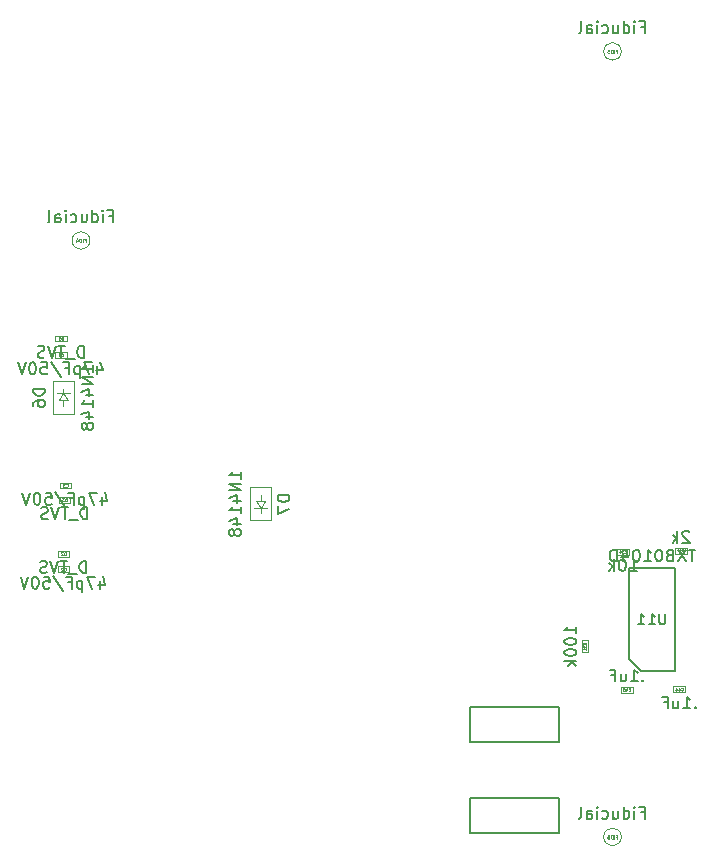
<source format=gbr>
G04 #@! TF.GenerationSoftware,KiCad,Pcbnew,5.1.6+dfsg1-1~bpo10+1*
G04 #@! TF.CreationDate,2021-06-19T16:41:49-04:00*
G04 #@! TF.ProjectId,RUSP_Daughterboard,52555350-5f44-4617-9567-68746572626f,rev?*
G04 #@! TF.SameCoordinates,Original*
G04 #@! TF.FileFunction,Other,Fab,Bot*
%FSLAX46Y46*%
G04 Gerber Fmt 4.6, Leading zero omitted, Abs format (unit mm)*
G04 Created by KiCad (PCBNEW 5.1.6+dfsg1-1~bpo10+1) date 2021-06-19 16:41:49*
%MOMM*%
%LPD*%
G01*
G04 APERTURE LIST*
%ADD10C,0.100000*%
%ADD11C,0.150000*%
%ADD12C,0.040000*%
%ADD13C,0.050000*%
%ADD14C,0.135000*%
G04 APERTURE END LIST*
D10*
X172900000Y-113100000D02*
X172900000Y-112600000D01*
X172900000Y-112600000D02*
X171900000Y-112600000D01*
X171900000Y-112600000D02*
X171900000Y-113100000D01*
X171900000Y-113100000D02*
X172900000Y-113100000D01*
X176800000Y-112550000D02*
X176800000Y-113050000D01*
X176800000Y-113050000D02*
X177800000Y-113050000D01*
X177800000Y-113050000D02*
X177800000Y-112550000D01*
X177800000Y-112550000D02*
X176800000Y-112550000D01*
X124300000Y-96450000D02*
X125300000Y-96450000D01*
X124300000Y-95950000D02*
X124300000Y-96450000D01*
X125300000Y-95950000D02*
X124300000Y-95950000D01*
X125300000Y-96450000D02*
X125300000Y-95950000D01*
X124525000Y-114600000D02*
X125525000Y-114600000D01*
X124525000Y-114100000D02*
X124525000Y-114600000D01*
X125525000Y-114100000D02*
X124525000Y-114100000D01*
X125525000Y-114600000D02*
X125525000Y-114100000D01*
X125690000Y-107500000D02*
X125690000Y-107000000D01*
X125690000Y-107000000D02*
X124690000Y-107000000D01*
X124690000Y-107000000D02*
X124690000Y-107500000D01*
X124690000Y-107500000D02*
X125690000Y-107500000D01*
X176650000Y-124750000D02*
X177650000Y-124750000D01*
X176650000Y-124250000D02*
X176650000Y-124750000D01*
X177650000Y-124250000D02*
X176650000Y-124250000D01*
X177650000Y-124750000D02*
X177650000Y-124250000D01*
X172200000Y-124300000D02*
X172200000Y-124800000D01*
X172200000Y-124800000D02*
X173200000Y-124800000D01*
X173200000Y-124800000D02*
X173200000Y-124300000D01*
X173200000Y-124300000D02*
X172200000Y-124300000D01*
X124300000Y-95050000D02*
X125300000Y-95050000D01*
X124300000Y-94550000D02*
X124300000Y-95050000D01*
X125300000Y-94550000D02*
X124300000Y-94550000D01*
X125300000Y-95050000D02*
X125300000Y-94550000D01*
X125515000Y-113275000D02*
X125515000Y-112775000D01*
X125515000Y-112775000D02*
X124515000Y-112775000D01*
X124515000Y-112775000D02*
X124515000Y-113275000D01*
X124515000Y-113275000D02*
X125515000Y-113275000D01*
X124600000Y-108725000D02*
X125600000Y-108725000D01*
X124600000Y-108225000D02*
X124600000Y-108725000D01*
X125600000Y-108225000D02*
X124600000Y-108225000D01*
X125600000Y-108725000D02*
X125600000Y-108225000D01*
X127250000Y-86500000D02*
G75*
G03*
X127250000Y-86500000I-750000J0D01*
G01*
X172250000Y-70500000D02*
G75*
G03*
X172250000Y-70500000I-750000J0D01*
G01*
X172250000Y-137000000D02*
G75*
G03*
X172250000Y-137000000I-750000J0D01*
G01*
D11*
X159450000Y-126000000D02*
X159450000Y-129000000D01*
X166950000Y-126000000D02*
X159450000Y-126000000D01*
X166950000Y-129000000D02*
X166950000Y-126000000D01*
X159450000Y-129000000D02*
X166950000Y-129000000D01*
X159450000Y-136700000D02*
X166950000Y-136700000D01*
X166950000Y-136700000D02*
X166950000Y-133700000D01*
X166950000Y-133700000D02*
X159450000Y-133700000D01*
X159450000Y-133700000D02*
X159450000Y-136700000D01*
D10*
X168900000Y-121350000D02*
X169400000Y-121350000D01*
X169400000Y-121350000D02*
X169400000Y-120350000D01*
X169400000Y-120350000D02*
X168900000Y-120350000D01*
X168900000Y-120350000D02*
X168900000Y-121350000D01*
D11*
X173900000Y-122950000D02*
X176800000Y-122950000D01*
X176800000Y-122950000D02*
X176800000Y-114250000D01*
X176800000Y-114250000D02*
X172900000Y-114250000D01*
X172900000Y-114250000D02*
X172900000Y-121950000D01*
X172900000Y-121950000D02*
X173900000Y-122950000D01*
D10*
X124100000Y-98400000D02*
X124100000Y-101200000D01*
X124100000Y-101200000D02*
X125900000Y-101200000D01*
X125900000Y-101200000D02*
X125900000Y-98400000D01*
X125900000Y-98400000D02*
X124100000Y-98400000D01*
X125000000Y-99050000D02*
X125000000Y-99450000D01*
X125000000Y-99450000D02*
X124450000Y-99450000D01*
X125000000Y-99450000D02*
X125550000Y-99450000D01*
X125000000Y-99450000D02*
X124600000Y-100050000D01*
X124600000Y-100050000D02*
X125400000Y-100050000D01*
X125400000Y-100050000D02*
X125000000Y-99450000D01*
X125000000Y-100050000D02*
X125000000Y-100550000D01*
X141700000Y-108550000D02*
X141700000Y-108050000D01*
X141300000Y-108550000D02*
X141700000Y-109150000D01*
X142100000Y-108550000D02*
X141300000Y-108550000D01*
X141700000Y-109150000D02*
X142100000Y-108550000D01*
X141700000Y-109150000D02*
X141150000Y-109150000D01*
X141700000Y-109150000D02*
X142250000Y-109150000D01*
X141700000Y-109550000D02*
X141700000Y-109150000D01*
X140800000Y-110200000D02*
X142600000Y-110200000D01*
X140800000Y-107400000D02*
X140800000Y-110200000D01*
X142600000Y-107400000D02*
X140800000Y-107400000D01*
X142600000Y-110200000D02*
X142600000Y-107400000D01*
D11*
X172995238Y-114472380D02*
X173566666Y-114472380D01*
X173280952Y-114472380D02*
X173280952Y-113472380D01*
X173376190Y-113615238D01*
X173471428Y-113710476D01*
X173566666Y-113758095D01*
X172376190Y-113472380D02*
X172280952Y-113472380D01*
X172185714Y-113520000D01*
X172138095Y-113567619D01*
X172090476Y-113662857D01*
X172042857Y-113853333D01*
X172042857Y-114091428D01*
X172090476Y-114281904D01*
X172138095Y-114377142D01*
X172185714Y-114424761D01*
X172280952Y-114472380D01*
X172376190Y-114472380D01*
X172471428Y-114424761D01*
X172519047Y-114377142D01*
X172566666Y-114281904D01*
X172614285Y-114091428D01*
X172614285Y-113853333D01*
X172566666Y-113662857D01*
X172519047Y-113567619D01*
X172471428Y-113520000D01*
X172376190Y-113472380D01*
X171614285Y-114472380D02*
X171614285Y-113472380D01*
X171519047Y-114091428D02*
X171233333Y-114472380D01*
X171233333Y-113805714D02*
X171614285Y-114186666D01*
D12*
X172560714Y-112963095D02*
X172644047Y-112844047D01*
X172703571Y-112963095D02*
X172703571Y-112713095D01*
X172608333Y-112713095D01*
X172584523Y-112725000D01*
X172572619Y-112736904D01*
X172560714Y-112760714D01*
X172560714Y-112796428D01*
X172572619Y-112820238D01*
X172584523Y-112832142D01*
X172608333Y-112844047D01*
X172703571Y-112844047D01*
X172477380Y-112713095D02*
X172322619Y-112713095D01*
X172405952Y-112808333D01*
X172370238Y-112808333D01*
X172346428Y-112820238D01*
X172334523Y-112832142D01*
X172322619Y-112855952D01*
X172322619Y-112915476D01*
X172334523Y-112939285D01*
X172346428Y-112951190D01*
X172370238Y-112963095D01*
X172441666Y-112963095D01*
X172465476Y-112951190D01*
X172477380Y-112939285D01*
X172108333Y-112796428D02*
X172108333Y-112963095D01*
X172167857Y-112701190D02*
X172227380Y-112879761D01*
X172072619Y-112879761D01*
D11*
X177990476Y-111177619D02*
X177942857Y-111130000D01*
X177847619Y-111082380D01*
X177609523Y-111082380D01*
X177514285Y-111130000D01*
X177466666Y-111177619D01*
X177419047Y-111272857D01*
X177419047Y-111368095D01*
X177466666Y-111510952D01*
X178038095Y-112082380D01*
X177419047Y-112082380D01*
X176990476Y-112082380D02*
X176990476Y-111082380D01*
X176895238Y-111701428D02*
X176609523Y-112082380D01*
X176609523Y-111415714D02*
X176990476Y-111796666D01*
D12*
X177341666Y-112913095D02*
X177425000Y-112794047D01*
X177484523Y-112913095D02*
X177484523Y-112663095D01*
X177389285Y-112663095D01*
X177365476Y-112675000D01*
X177353571Y-112686904D01*
X177341666Y-112710714D01*
X177341666Y-112746428D01*
X177353571Y-112770238D01*
X177365476Y-112782142D01*
X177389285Y-112794047D01*
X177484523Y-112794047D01*
X177103571Y-112913095D02*
X177246428Y-112913095D01*
X177175000Y-112913095D02*
X177175000Y-112663095D01*
X177198809Y-112698809D01*
X177222619Y-112722619D01*
X177246428Y-112734523D01*
D11*
X127871428Y-97155714D02*
X127871428Y-97822380D01*
X128109523Y-96774761D02*
X128347619Y-97489047D01*
X127728571Y-97489047D01*
X127442857Y-96822380D02*
X126776190Y-96822380D01*
X127204761Y-97822380D01*
X126395238Y-97155714D02*
X126395238Y-98155714D01*
X126395238Y-97203333D02*
X126300000Y-97155714D01*
X126109523Y-97155714D01*
X126014285Y-97203333D01*
X125966666Y-97250952D01*
X125919047Y-97346190D01*
X125919047Y-97631904D01*
X125966666Y-97727142D01*
X126014285Y-97774761D01*
X126109523Y-97822380D01*
X126300000Y-97822380D01*
X126395238Y-97774761D01*
X125157142Y-97298571D02*
X125490476Y-97298571D01*
X125490476Y-97822380D02*
X125490476Y-96822380D01*
X125014285Y-96822380D01*
X123919047Y-96774761D02*
X124776190Y-98060476D01*
X123109523Y-96822380D02*
X123585714Y-96822380D01*
X123633333Y-97298571D01*
X123585714Y-97250952D01*
X123490476Y-97203333D01*
X123252380Y-97203333D01*
X123157142Y-97250952D01*
X123109523Y-97298571D01*
X123061904Y-97393809D01*
X123061904Y-97631904D01*
X123109523Y-97727142D01*
X123157142Y-97774761D01*
X123252380Y-97822380D01*
X123490476Y-97822380D01*
X123585714Y-97774761D01*
X123633333Y-97727142D01*
X122442857Y-96822380D02*
X122347619Y-96822380D01*
X122252380Y-96870000D01*
X122204761Y-96917619D01*
X122157142Y-97012857D01*
X122109523Y-97203333D01*
X122109523Y-97441428D01*
X122157142Y-97631904D01*
X122204761Y-97727142D01*
X122252380Y-97774761D01*
X122347619Y-97822380D01*
X122442857Y-97822380D01*
X122538095Y-97774761D01*
X122585714Y-97727142D01*
X122633333Y-97631904D01*
X122680952Y-97441428D01*
X122680952Y-97203333D01*
X122633333Y-97012857D01*
X122585714Y-96917619D01*
X122538095Y-96870000D01*
X122442857Y-96822380D01*
X121823809Y-96822380D02*
X121490476Y-97822380D01*
X121157142Y-96822380D01*
D12*
X124841666Y-96289285D02*
X124853571Y-96301190D01*
X124889285Y-96313095D01*
X124913095Y-96313095D01*
X124948809Y-96301190D01*
X124972619Y-96277380D01*
X124984523Y-96253571D01*
X124996428Y-96205952D01*
X124996428Y-96170238D01*
X124984523Y-96122619D01*
X124972619Y-96098809D01*
X124948809Y-96075000D01*
X124913095Y-96063095D01*
X124889285Y-96063095D01*
X124853571Y-96075000D01*
X124841666Y-96086904D01*
X124603571Y-96313095D02*
X124746428Y-96313095D01*
X124675000Y-96313095D02*
X124675000Y-96063095D01*
X124698809Y-96098809D01*
X124722619Y-96122619D01*
X124746428Y-96134523D01*
D11*
X128096428Y-115305714D02*
X128096428Y-115972380D01*
X128334523Y-114924761D02*
X128572619Y-115639047D01*
X127953571Y-115639047D01*
X127667857Y-114972380D02*
X127001190Y-114972380D01*
X127429761Y-115972380D01*
X126620238Y-115305714D02*
X126620238Y-116305714D01*
X126620238Y-115353333D02*
X126525000Y-115305714D01*
X126334523Y-115305714D01*
X126239285Y-115353333D01*
X126191666Y-115400952D01*
X126144047Y-115496190D01*
X126144047Y-115781904D01*
X126191666Y-115877142D01*
X126239285Y-115924761D01*
X126334523Y-115972380D01*
X126525000Y-115972380D01*
X126620238Y-115924761D01*
X125382142Y-115448571D02*
X125715476Y-115448571D01*
X125715476Y-115972380D02*
X125715476Y-114972380D01*
X125239285Y-114972380D01*
X124144047Y-114924761D02*
X125001190Y-116210476D01*
X123334523Y-114972380D02*
X123810714Y-114972380D01*
X123858333Y-115448571D01*
X123810714Y-115400952D01*
X123715476Y-115353333D01*
X123477380Y-115353333D01*
X123382142Y-115400952D01*
X123334523Y-115448571D01*
X123286904Y-115543809D01*
X123286904Y-115781904D01*
X123334523Y-115877142D01*
X123382142Y-115924761D01*
X123477380Y-115972380D01*
X123715476Y-115972380D01*
X123810714Y-115924761D01*
X123858333Y-115877142D01*
X122667857Y-114972380D02*
X122572619Y-114972380D01*
X122477380Y-115020000D01*
X122429761Y-115067619D01*
X122382142Y-115162857D01*
X122334523Y-115353333D01*
X122334523Y-115591428D01*
X122382142Y-115781904D01*
X122429761Y-115877142D01*
X122477380Y-115924761D01*
X122572619Y-115972380D01*
X122667857Y-115972380D01*
X122763095Y-115924761D01*
X122810714Y-115877142D01*
X122858333Y-115781904D01*
X122905952Y-115591428D01*
X122905952Y-115353333D01*
X122858333Y-115162857D01*
X122810714Y-115067619D01*
X122763095Y-115020000D01*
X122667857Y-114972380D01*
X122048809Y-114972380D02*
X121715476Y-115972380D01*
X121382142Y-114972380D01*
D12*
X125066666Y-114439285D02*
X125078571Y-114451190D01*
X125114285Y-114463095D01*
X125138095Y-114463095D01*
X125173809Y-114451190D01*
X125197619Y-114427380D01*
X125209523Y-114403571D01*
X125221428Y-114355952D01*
X125221428Y-114320238D01*
X125209523Y-114272619D01*
X125197619Y-114248809D01*
X125173809Y-114225000D01*
X125138095Y-114213095D01*
X125114285Y-114213095D01*
X125078571Y-114225000D01*
X125066666Y-114236904D01*
X124971428Y-114236904D02*
X124959523Y-114225000D01*
X124935714Y-114213095D01*
X124876190Y-114213095D01*
X124852380Y-114225000D01*
X124840476Y-114236904D01*
X124828571Y-114260714D01*
X124828571Y-114284523D01*
X124840476Y-114320238D01*
X124983333Y-114463095D01*
X124828571Y-114463095D01*
D11*
X128261428Y-108205714D02*
X128261428Y-108872380D01*
X128499523Y-107824761D02*
X128737619Y-108539047D01*
X128118571Y-108539047D01*
X127832857Y-107872380D02*
X127166190Y-107872380D01*
X127594761Y-108872380D01*
X126785238Y-108205714D02*
X126785238Y-109205714D01*
X126785238Y-108253333D02*
X126690000Y-108205714D01*
X126499523Y-108205714D01*
X126404285Y-108253333D01*
X126356666Y-108300952D01*
X126309047Y-108396190D01*
X126309047Y-108681904D01*
X126356666Y-108777142D01*
X126404285Y-108824761D01*
X126499523Y-108872380D01*
X126690000Y-108872380D01*
X126785238Y-108824761D01*
X125547142Y-108348571D02*
X125880476Y-108348571D01*
X125880476Y-108872380D02*
X125880476Y-107872380D01*
X125404285Y-107872380D01*
X124309047Y-107824761D02*
X125166190Y-109110476D01*
X123499523Y-107872380D02*
X123975714Y-107872380D01*
X124023333Y-108348571D01*
X123975714Y-108300952D01*
X123880476Y-108253333D01*
X123642380Y-108253333D01*
X123547142Y-108300952D01*
X123499523Y-108348571D01*
X123451904Y-108443809D01*
X123451904Y-108681904D01*
X123499523Y-108777142D01*
X123547142Y-108824761D01*
X123642380Y-108872380D01*
X123880476Y-108872380D01*
X123975714Y-108824761D01*
X124023333Y-108777142D01*
X122832857Y-107872380D02*
X122737619Y-107872380D01*
X122642380Y-107920000D01*
X122594761Y-107967619D01*
X122547142Y-108062857D01*
X122499523Y-108253333D01*
X122499523Y-108491428D01*
X122547142Y-108681904D01*
X122594761Y-108777142D01*
X122642380Y-108824761D01*
X122737619Y-108872380D01*
X122832857Y-108872380D01*
X122928095Y-108824761D01*
X122975714Y-108777142D01*
X123023333Y-108681904D01*
X123070952Y-108491428D01*
X123070952Y-108253333D01*
X123023333Y-108062857D01*
X122975714Y-107967619D01*
X122928095Y-107920000D01*
X122832857Y-107872380D01*
X122213809Y-107872380D02*
X121880476Y-108872380D01*
X121547142Y-107872380D01*
D12*
X125231666Y-107339285D02*
X125243571Y-107351190D01*
X125279285Y-107363095D01*
X125303095Y-107363095D01*
X125338809Y-107351190D01*
X125362619Y-107327380D01*
X125374523Y-107303571D01*
X125386428Y-107255952D01*
X125386428Y-107220238D01*
X125374523Y-107172619D01*
X125362619Y-107148809D01*
X125338809Y-107125000D01*
X125303095Y-107113095D01*
X125279285Y-107113095D01*
X125243571Y-107125000D01*
X125231666Y-107136904D01*
X125148333Y-107113095D02*
X124993571Y-107113095D01*
X125076904Y-107208333D01*
X125041190Y-107208333D01*
X125017380Y-107220238D01*
X125005476Y-107232142D01*
X124993571Y-107255952D01*
X124993571Y-107315476D01*
X125005476Y-107339285D01*
X125017380Y-107351190D01*
X125041190Y-107363095D01*
X125112619Y-107363095D01*
X125136428Y-107351190D01*
X125148333Y-107339285D01*
D11*
X178507142Y-126027142D02*
X178459523Y-126074761D01*
X178507142Y-126122380D01*
X178554761Y-126074761D01*
X178507142Y-126027142D01*
X178507142Y-126122380D01*
X177507142Y-126122380D02*
X178078571Y-126122380D01*
X177792857Y-126122380D02*
X177792857Y-125122380D01*
X177888095Y-125265238D01*
X177983333Y-125360476D01*
X178078571Y-125408095D01*
X176650000Y-125455714D02*
X176650000Y-126122380D01*
X177078571Y-125455714D02*
X177078571Y-125979523D01*
X177030952Y-126074761D01*
X176935714Y-126122380D01*
X176792857Y-126122380D01*
X176697619Y-126074761D01*
X176650000Y-126027142D01*
X175840476Y-125598571D02*
X176173809Y-125598571D01*
X176173809Y-126122380D02*
X176173809Y-125122380D01*
X175697619Y-125122380D01*
D12*
X177310714Y-124589285D02*
X177322619Y-124601190D01*
X177358333Y-124613095D01*
X177382142Y-124613095D01*
X177417857Y-124601190D01*
X177441666Y-124577380D01*
X177453571Y-124553571D01*
X177465476Y-124505952D01*
X177465476Y-124470238D01*
X177453571Y-124422619D01*
X177441666Y-124398809D01*
X177417857Y-124375000D01*
X177382142Y-124363095D01*
X177358333Y-124363095D01*
X177322619Y-124375000D01*
X177310714Y-124386904D01*
X177096428Y-124446428D02*
X177096428Y-124613095D01*
X177155952Y-124351190D02*
X177215476Y-124529761D01*
X177060714Y-124529761D01*
X176858333Y-124446428D02*
X176858333Y-124613095D01*
X176917857Y-124351190D02*
X176977380Y-124529761D01*
X176822619Y-124529761D01*
D11*
X174057142Y-123737142D02*
X174009523Y-123784761D01*
X174057142Y-123832380D01*
X174104761Y-123784761D01*
X174057142Y-123737142D01*
X174057142Y-123832380D01*
X173057142Y-123832380D02*
X173628571Y-123832380D01*
X173342857Y-123832380D02*
X173342857Y-122832380D01*
X173438095Y-122975238D01*
X173533333Y-123070476D01*
X173628571Y-123118095D01*
X172200000Y-123165714D02*
X172200000Y-123832380D01*
X172628571Y-123165714D02*
X172628571Y-123689523D01*
X172580952Y-123784761D01*
X172485714Y-123832380D01*
X172342857Y-123832380D01*
X172247619Y-123784761D01*
X172200000Y-123737142D01*
X171390476Y-123308571D02*
X171723809Y-123308571D01*
X171723809Y-123832380D02*
X171723809Y-122832380D01*
X171247619Y-122832380D01*
D12*
X172860714Y-124639285D02*
X172872619Y-124651190D01*
X172908333Y-124663095D01*
X172932142Y-124663095D01*
X172967857Y-124651190D01*
X172991666Y-124627380D01*
X173003571Y-124603571D01*
X173015476Y-124555952D01*
X173015476Y-124520238D01*
X173003571Y-124472619D01*
X172991666Y-124448809D01*
X172967857Y-124425000D01*
X172932142Y-124413095D01*
X172908333Y-124413095D01*
X172872619Y-124425000D01*
X172860714Y-124436904D01*
X172646428Y-124496428D02*
X172646428Y-124663095D01*
X172705952Y-124401190D02*
X172765476Y-124579761D01*
X172610714Y-124579761D01*
X172396428Y-124413095D02*
X172515476Y-124413095D01*
X172527380Y-124532142D01*
X172515476Y-124520238D01*
X172491666Y-124508333D01*
X172432142Y-124508333D01*
X172408333Y-124520238D01*
X172396428Y-124532142D01*
X172384523Y-124555952D01*
X172384523Y-124615476D01*
X172396428Y-124639285D01*
X172408333Y-124651190D01*
X172432142Y-124663095D01*
X172491666Y-124663095D01*
X172515476Y-124651190D01*
X172527380Y-124639285D01*
D11*
X126728571Y-96422380D02*
X126728571Y-95422380D01*
X126490476Y-95422380D01*
X126347619Y-95470000D01*
X126252380Y-95565238D01*
X126204761Y-95660476D01*
X126157142Y-95850952D01*
X126157142Y-95993809D01*
X126204761Y-96184285D01*
X126252380Y-96279523D01*
X126347619Y-96374761D01*
X126490476Y-96422380D01*
X126728571Y-96422380D01*
X125966666Y-96517619D02*
X125204761Y-96517619D01*
X125109523Y-95422380D02*
X124538095Y-95422380D01*
X124823809Y-96422380D02*
X124823809Y-95422380D01*
X124347619Y-95422380D02*
X124014285Y-96422380D01*
X123680952Y-95422380D01*
X123395238Y-96374761D02*
X123252380Y-96422380D01*
X123014285Y-96422380D01*
X122919047Y-96374761D01*
X122871428Y-96327142D01*
X122823809Y-96231904D01*
X122823809Y-96136666D01*
X122871428Y-96041428D01*
X122919047Y-95993809D01*
X123014285Y-95946190D01*
X123204761Y-95898571D01*
X123300000Y-95850952D01*
X123347619Y-95803333D01*
X123395238Y-95708095D01*
X123395238Y-95612857D01*
X123347619Y-95517619D01*
X123300000Y-95470000D01*
X123204761Y-95422380D01*
X122966666Y-95422380D01*
X122823809Y-95470000D01*
D12*
X124984523Y-94913095D02*
X124984523Y-94663095D01*
X124925000Y-94663095D01*
X124889285Y-94675000D01*
X124865476Y-94698809D01*
X124853571Y-94722619D01*
X124841666Y-94770238D01*
X124841666Y-94805952D01*
X124853571Y-94853571D01*
X124865476Y-94877380D01*
X124889285Y-94901190D01*
X124925000Y-94913095D01*
X124984523Y-94913095D01*
X124603571Y-94913095D02*
X124746428Y-94913095D01*
X124675000Y-94913095D02*
X124675000Y-94663095D01*
X124698809Y-94698809D01*
X124722619Y-94722619D01*
X124746428Y-94734523D01*
D11*
X126943571Y-114647380D02*
X126943571Y-113647380D01*
X126705476Y-113647380D01*
X126562619Y-113695000D01*
X126467380Y-113790238D01*
X126419761Y-113885476D01*
X126372142Y-114075952D01*
X126372142Y-114218809D01*
X126419761Y-114409285D01*
X126467380Y-114504523D01*
X126562619Y-114599761D01*
X126705476Y-114647380D01*
X126943571Y-114647380D01*
X126181666Y-114742619D02*
X125419761Y-114742619D01*
X125324523Y-113647380D02*
X124753095Y-113647380D01*
X125038809Y-114647380D02*
X125038809Y-113647380D01*
X124562619Y-113647380D02*
X124229285Y-114647380D01*
X123895952Y-113647380D01*
X123610238Y-114599761D02*
X123467380Y-114647380D01*
X123229285Y-114647380D01*
X123134047Y-114599761D01*
X123086428Y-114552142D01*
X123038809Y-114456904D01*
X123038809Y-114361666D01*
X123086428Y-114266428D01*
X123134047Y-114218809D01*
X123229285Y-114171190D01*
X123419761Y-114123571D01*
X123515000Y-114075952D01*
X123562619Y-114028333D01*
X123610238Y-113933095D01*
X123610238Y-113837857D01*
X123562619Y-113742619D01*
X123515000Y-113695000D01*
X123419761Y-113647380D01*
X123181666Y-113647380D01*
X123038809Y-113695000D01*
D12*
X125199523Y-113138095D02*
X125199523Y-112888095D01*
X125140000Y-112888095D01*
X125104285Y-112900000D01*
X125080476Y-112923809D01*
X125068571Y-112947619D01*
X125056666Y-112995238D01*
X125056666Y-113030952D01*
X125068571Y-113078571D01*
X125080476Y-113102380D01*
X125104285Y-113126190D01*
X125140000Y-113138095D01*
X125199523Y-113138095D01*
X124961428Y-112911904D02*
X124949523Y-112900000D01*
X124925714Y-112888095D01*
X124866190Y-112888095D01*
X124842380Y-112900000D01*
X124830476Y-112911904D01*
X124818571Y-112935714D01*
X124818571Y-112959523D01*
X124830476Y-112995238D01*
X124973333Y-113138095D01*
X124818571Y-113138095D01*
D11*
X127028571Y-110097380D02*
X127028571Y-109097380D01*
X126790476Y-109097380D01*
X126647619Y-109145000D01*
X126552380Y-109240238D01*
X126504761Y-109335476D01*
X126457142Y-109525952D01*
X126457142Y-109668809D01*
X126504761Y-109859285D01*
X126552380Y-109954523D01*
X126647619Y-110049761D01*
X126790476Y-110097380D01*
X127028571Y-110097380D01*
X126266666Y-110192619D02*
X125504761Y-110192619D01*
X125409523Y-109097380D02*
X124838095Y-109097380D01*
X125123809Y-110097380D02*
X125123809Y-109097380D01*
X124647619Y-109097380D02*
X124314285Y-110097380D01*
X123980952Y-109097380D01*
X123695238Y-110049761D02*
X123552380Y-110097380D01*
X123314285Y-110097380D01*
X123219047Y-110049761D01*
X123171428Y-110002142D01*
X123123809Y-109906904D01*
X123123809Y-109811666D01*
X123171428Y-109716428D01*
X123219047Y-109668809D01*
X123314285Y-109621190D01*
X123504761Y-109573571D01*
X123600000Y-109525952D01*
X123647619Y-109478333D01*
X123695238Y-109383095D01*
X123695238Y-109287857D01*
X123647619Y-109192619D01*
X123600000Y-109145000D01*
X123504761Y-109097380D01*
X123266666Y-109097380D01*
X123123809Y-109145000D01*
D12*
X125284523Y-108588095D02*
X125284523Y-108338095D01*
X125225000Y-108338095D01*
X125189285Y-108350000D01*
X125165476Y-108373809D01*
X125153571Y-108397619D01*
X125141666Y-108445238D01*
X125141666Y-108480952D01*
X125153571Y-108528571D01*
X125165476Y-108552380D01*
X125189285Y-108576190D01*
X125225000Y-108588095D01*
X125284523Y-108588095D01*
X125058333Y-108338095D02*
X124903571Y-108338095D01*
X124986904Y-108433333D01*
X124951190Y-108433333D01*
X124927380Y-108445238D01*
X124915476Y-108457142D01*
X124903571Y-108480952D01*
X124903571Y-108540476D01*
X124915476Y-108564285D01*
X124927380Y-108576190D01*
X124951190Y-108588095D01*
X125022619Y-108588095D01*
X125046428Y-108576190D01*
X125058333Y-108564285D01*
D11*
X128880952Y-84428571D02*
X129214285Y-84428571D01*
X129214285Y-84952380D02*
X129214285Y-83952380D01*
X128738095Y-83952380D01*
X128357142Y-84952380D02*
X128357142Y-84285714D01*
X128357142Y-83952380D02*
X128404761Y-84000000D01*
X128357142Y-84047619D01*
X128309523Y-84000000D01*
X128357142Y-83952380D01*
X128357142Y-84047619D01*
X127452380Y-84952380D02*
X127452380Y-83952380D01*
X127452380Y-84904761D02*
X127547619Y-84952380D01*
X127738095Y-84952380D01*
X127833333Y-84904761D01*
X127880952Y-84857142D01*
X127928571Y-84761904D01*
X127928571Y-84476190D01*
X127880952Y-84380952D01*
X127833333Y-84333333D01*
X127738095Y-84285714D01*
X127547619Y-84285714D01*
X127452380Y-84333333D01*
X126547619Y-84285714D02*
X126547619Y-84952380D01*
X126976190Y-84285714D02*
X126976190Y-84809523D01*
X126928571Y-84904761D01*
X126833333Y-84952380D01*
X126690476Y-84952380D01*
X126595238Y-84904761D01*
X126547619Y-84857142D01*
X125642857Y-84904761D02*
X125738095Y-84952380D01*
X125928571Y-84952380D01*
X126023809Y-84904761D01*
X126071428Y-84857142D01*
X126119047Y-84761904D01*
X126119047Y-84476190D01*
X126071428Y-84380952D01*
X126023809Y-84333333D01*
X125928571Y-84285714D01*
X125738095Y-84285714D01*
X125642857Y-84333333D01*
X125214285Y-84952380D02*
X125214285Y-84285714D01*
X125214285Y-83952380D02*
X125261904Y-84000000D01*
X125214285Y-84047619D01*
X125166666Y-84000000D01*
X125214285Y-83952380D01*
X125214285Y-84047619D01*
X124309523Y-84952380D02*
X124309523Y-84428571D01*
X124357142Y-84333333D01*
X124452380Y-84285714D01*
X124642857Y-84285714D01*
X124738095Y-84333333D01*
X124309523Y-84904761D02*
X124404761Y-84952380D01*
X124642857Y-84952380D01*
X124738095Y-84904761D01*
X124785714Y-84809523D01*
X124785714Y-84714285D01*
X124738095Y-84619047D01*
X124642857Y-84571428D01*
X124404761Y-84571428D01*
X124309523Y-84523809D01*
X123690476Y-84952380D02*
X123785714Y-84904761D01*
X123833333Y-84809523D01*
X123833333Y-83952380D01*
D13*
X126821428Y-86478571D02*
X126921428Y-86478571D01*
X126921428Y-86635714D02*
X126921428Y-86335714D01*
X126778571Y-86335714D01*
X126664285Y-86635714D02*
X126664285Y-86335714D01*
X126521428Y-86635714D02*
X126521428Y-86335714D01*
X126450000Y-86335714D01*
X126407142Y-86350000D01*
X126378571Y-86378571D01*
X126364285Y-86407142D01*
X126350000Y-86464285D01*
X126350000Y-86507142D01*
X126364285Y-86564285D01*
X126378571Y-86592857D01*
X126407142Y-86621428D01*
X126450000Y-86635714D01*
X126521428Y-86635714D01*
X126092857Y-86435714D02*
X126092857Y-86635714D01*
X126164285Y-86321428D02*
X126235714Y-86535714D01*
X126050000Y-86535714D01*
D11*
X173880952Y-68428571D02*
X174214285Y-68428571D01*
X174214285Y-68952380D02*
X174214285Y-67952380D01*
X173738095Y-67952380D01*
X173357142Y-68952380D02*
X173357142Y-68285714D01*
X173357142Y-67952380D02*
X173404761Y-68000000D01*
X173357142Y-68047619D01*
X173309523Y-68000000D01*
X173357142Y-67952380D01*
X173357142Y-68047619D01*
X172452380Y-68952380D02*
X172452380Y-67952380D01*
X172452380Y-68904761D02*
X172547619Y-68952380D01*
X172738095Y-68952380D01*
X172833333Y-68904761D01*
X172880952Y-68857142D01*
X172928571Y-68761904D01*
X172928571Y-68476190D01*
X172880952Y-68380952D01*
X172833333Y-68333333D01*
X172738095Y-68285714D01*
X172547619Y-68285714D01*
X172452380Y-68333333D01*
X171547619Y-68285714D02*
X171547619Y-68952380D01*
X171976190Y-68285714D02*
X171976190Y-68809523D01*
X171928571Y-68904761D01*
X171833333Y-68952380D01*
X171690476Y-68952380D01*
X171595238Y-68904761D01*
X171547619Y-68857142D01*
X170642857Y-68904761D02*
X170738095Y-68952380D01*
X170928571Y-68952380D01*
X171023809Y-68904761D01*
X171071428Y-68857142D01*
X171119047Y-68761904D01*
X171119047Y-68476190D01*
X171071428Y-68380952D01*
X171023809Y-68333333D01*
X170928571Y-68285714D01*
X170738095Y-68285714D01*
X170642857Y-68333333D01*
X170214285Y-68952380D02*
X170214285Y-68285714D01*
X170214285Y-67952380D02*
X170261904Y-68000000D01*
X170214285Y-68047619D01*
X170166666Y-68000000D01*
X170214285Y-67952380D01*
X170214285Y-68047619D01*
X169309523Y-68952380D02*
X169309523Y-68428571D01*
X169357142Y-68333333D01*
X169452380Y-68285714D01*
X169642857Y-68285714D01*
X169738095Y-68333333D01*
X169309523Y-68904761D02*
X169404761Y-68952380D01*
X169642857Y-68952380D01*
X169738095Y-68904761D01*
X169785714Y-68809523D01*
X169785714Y-68714285D01*
X169738095Y-68619047D01*
X169642857Y-68571428D01*
X169404761Y-68571428D01*
X169309523Y-68523809D01*
X168690476Y-68952380D02*
X168785714Y-68904761D01*
X168833333Y-68809523D01*
X168833333Y-67952380D01*
D13*
X171821428Y-70478571D02*
X171921428Y-70478571D01*
X171921428Y-70635714D02*
X171921428Y-70335714D01*
X171778571Y-70335714D01*
X171664285Y-70635714D02*
X171664285Y-70335714D01*
X171521428Y-70635714D02*
X171521428Y-70335714D01*
X171450000Y-70335714D01*
X171407142Y-70350000D01*
X171378571Y-70378571D01*
X171364285Y-70407142D01*
X171350000Y-70464285D01*
X171350000Y-70507142D01*
X171364285Y-70564285D01*
X171378571Y-70592857D01*
X171407142Y-70621428D01*
X171450000Y-70635714D01*
X171521428Y-70635714D01*
X171078571Y-70335714D02*
X171221428Y-70335714D01*
X171235714Y-70478571D01*
X171221428Y-70464285D01*
X171192857Y-70450000D01*
X171121428Y-70450000D01*
X171092857Y-70464285D01*
X171078571Y-70478571D01*
X171064285Y-70507142D01*
X171064285Y-70578571D01*
X171078571Y-70607142D01*
X171092857Y-70621428D01*
X171121428Y-70635714D01*
X171192857Y-70635714D01*
X171221428Y-70621428D01*
X171235714Y-70607142D01*
D11*
X173880952Y-134928571D02*
X174214285Y-134928571D01*
X174214285Y-135452380D02*
X174214285Y-134452380D01*
X173738095Y-134452380D01*
X173357142Y-135452380D02*
X173357142Y-134785714D01*
X173357142Y-134452380D02*
X173404761Y-134500000D01*
X173357142Y-134547619D01*
X173309523Y-134500000D01*
X173357142Y-134452380D01*
X173357142Y-134547619D01*
X172452380Y-135452380D02*
X172452380Y-134452380D01*
X172452380Y-135404761D02*
X172547619Y-135452380D01*
X172738095Y-135452380D01*
X172833333Y-135404761D01*
X172880952Y-135357142D01*
X172928571Y-135261904D01*
X172928571Y-134976190D01*
X172880952Y-134880952D01*
X172833333Y-134833333D01*
X172738095Y-134785714D01*
X172547619Y-134785714D01*
X172452380Y-134833333D01*
X171547619Y-134785714D02*
X171547619Y-135452380D01*
X171976190Y-134785714D02*
X171976190Y-135309523D01*
X171928571Y-135404761D01*
X171833333Y-135452380D01*
X171690476Y-135452380D01*
X171595238Y-135404761D01*
X171547619Y-135357142D01*
X170642857Y-135404761D02*
X170738095Y-135452380D01*
X170928571Y-135452380D01*
X171023809Y-135404761D01*
X171071428Y-135357142D01*
X171119047Y-135261904D01*
X171119047Y-134976190D01*
X171071428Y-134880952D01*
X171023809Y-134833333D01*
X170928571Y-134785714D01*
X170738095Y-134785714D01*
X170642857Y-134833333D01*
X170214285Y-135452380D02*
X170214285Y-134785714D01*
X170214285Y-134452380D02*
X170261904Y-134500000D01*
X170214285Y-134547619D01*
X170166666Y-134500000D01*
X170214285Y-134452380D01*
X170214285Y-134547619D01*
X169309523Y-135452380D02*
X169309523Y-134928571D01*
X169357142Y-134833333D01*
X169452380Y-134785714D01*
X169642857Y-134785714D01*
X169738095Y-134833333D01*
X169309523Y-135404761D02*
X169404761Y-135452380D01*
X169642857Y-135452380D01*
X169738095Y-135404761D01*
X169785714Y-135309523D01*
X169785714Y-135214285D01*
X169738095Y-135119047D01*
X169642857Y-135071428D01*
X169404761Y-135071428D01*
X169309523Y-135023809D01*
X168690476Y-135452380D02*
X168785714Y-135404761D01*
X168833333Y-135309523D01*
X168833333Y-134452380D01*
D13*
X171821428Y-136978571D02*
X171921428Y-136978571D01*
X171921428Y-137135714D02*
X171921428Y-136835714D01*
X171778571Y-136835714D01*
X171664285Y-137135714D02*
X171664285Y-136835714D01*
X171521428Y-137135714D02*
X171521428Y-136835714D01*
X171450000Y-136835714D01*
X171407142Y-136850000D01*
X171378571Y-136878571D01*
X171364285Y-136907142D01*
X171350000Y-136964285D01*
X171350000Y-137007142D01*
X171364285Y-137064285D01*
X171378571Y-137092857D01*
X171407142Y-137121428D01*
X171450000Y-137135714D01*
X171521428Y-137135714D01*
X171092857Y-136835714D02*
X171150000Y-136835714D01*
X171178571Y-136850000D01*
X171192857Y-136864285D01*
X171221428Y-136907142D01*
X171235714Y-136964285D01*
X171235714Y-137078571D01*
X171221428Y-137107142D01*
X171207142Y-137121428D01*
X171178571Y-137135714D01*
X171121428Y-137135714D01*
X171092857Y-137121428D01*
X171078571Y-137107142D01*
X171064285Y-137078571D01*
X171064285Y-137007142D01*
X171078571Y-136978571D01*
X171092857Y-136964285D01*
X171121428Y-136950000D01*
X171178571Y-136950000D01*
X171207142Y-136964285D01*
X171221428Y-136978571D01*
X171235714Y-137007142D01*
D11*
X168432380Y-119778571D02*
X168432380Y-119207142D01*
X168432380Y-119492857D02*
X167432380Y-119492857D01*
X167575238Y-119397619D01*
X167670476Y-119302380D01*
X167718095Y-119207142D01*
X167432380Y-120397619D02*
X167432380Y-120492857D01*
X167480000Y-120588095D01*
X167527619Y-120635714D01*
X167622857Y-120683333D01*
X167813333Y-120730952D01*
X168051428Y-120730952D01*
X168241904Y-120683333D01*
X168337142Y-120635714D01*
X168384761Y-120588095D01*
X168432380Y-120492857D01*
X168432380Y-120397619D01*
X168384761Y-120302380D01*
X168337142Y-120254761D01*
X168241904Y-120207142D01*
X168051428Y-120159523D01*
X167813333Y-120159523D01*
X167622857Y-120207142D01*
X167527619Y-120254761D01*
X167480000Y-120302380D01*
X167432380Y-120397619D01*
X167432380Y-121350000D02*
X167432380Y-121445238D01*
X167480000Y-121540476D01*
X167527619Y-121588095D01*
X167622857Y-121635714D01*
X167813333Y-121683333D01*
X168051428Y-121683333D01*
X168241904Y-121635714D01*
X168337142Y-121588095D01*
X168384761Y-121540476D01*
X168432380Y-121445238D01*
X168432380Y-121350000D01*
X168384761Y-121254761D01*
X168337142Y-121207142D01*
X168241904Y-121159523D01*
X168051428Y-121111904D01*
X167813333Y-121111904D01*
X167622857Y-121159523D01*
X167527619Y-121207142D01*
X167480000Y-121254761D01*
X167432380Y-121350000D01*
X168432380Y-122111904D02*
X167432380Y-122111904D01*
X168051428Y-122207142D02*
X168432380Y-122492857D01*
X167765714Y-122492857D02*
X168146666Y-122111904D01*
D12*
X169263095Y-120689285D02*
X169144047Y-120605952D01*
X169263095Y-120546428D02*
X169013095Y-120546428D01*
X169013095Y-120641666D01*
X169025000Y-120665476D01*
X169036904Y-120677380D01*
X169060714Y-120689285D01*
X169096428Y-120689285D01*
X169120238Y-120677380D01*
X169132142Y-120665476D01*
X169144047Y-120641666D01*
X169144047Y-120546428D01*
X169013095Y-120772619D02*
X169013095Y-120927380D01*
X169108333Y-120844047D01*
X169108333Y-120879761D01*
X169120238Y-120903571D01*
X169132142Y-120915476D01*
X169155952Y-120927380D01*
X169215476Y-120927380D01*
X169239285Y-120915476D01*
X169251190Y-120903571D01*
X169263095Y-120879761D01*
X169263095Y-120808333D01*
X169251190Y-120784523D01*
X169239285Y-120772619D01*
X169263095Y-121165476D02*
X169263095Y-121022619D01*
X169263095Y-121094047D02*
X169013095Y-121094047D01*
X169048809Y-121070238D01*
X169072619Y-121046428D01*
X169084523Y-121022619D01*
D11*
X178516666Y-112677380D02*
X177945238Y-112677380D01*
X178230952Y-113677380D02*
X178230952Y-112677380D01*
X177707142Y-112677380D02*
X177040476Y-113677380D01*
X177040476Y-112677380D02*
X177707142Y-113677380D01*
X176326190Y-113153571D02*
X176183333Y-113201190D01*
X176135714Y-113248809D01*
X176088095Y-113344047D01*
X176088095Y-113486904D01*
X176135714Y-113582142D01*
X176183333Y-113629761D01*
X176278571Y-113677380D01*
X176659523Y-113677380D01*
X176659523Y-112677380D01*
X176326190Y-112677380D01*
X176230952Y-112725000D01*
X176183333Y-112772619D01*
X176135714Y-112867857D01*
X176135714Y-112963095D01*
X176183333Y-113058333D01*
X176230952Y-113105952D01*
X176326190Y-113153571D01*
X176659523Y-113153571D01*
X175469047Y-112677380D02*
X175373809Y-112677380D01*
X175278571Y-112725000D01*
X175230952Y-112772619D01*
X175183333Y-112867857D01*
X175135714Y-113058333D01*
X175135714Y-113296428D01*
X175183333Y-113486904D01*
X175230952Y-113582142D01*
X175278571Y-113629761D01*
X175373809Y-113677380D01*
X175469047Y-113677380D01*
X175564285Y-113629761D01*
X175611904Y-113582142D01*
X175659523Y-113486904D01*
X175707142Y-113296428D01*
X175707142Y-113058333D01*
X175659523Y-112867857D01*
X175611904Y-112772619D01*
X175564285Y-112725000D01*
X175469047Y-112677380D01*
X174183333Y-113677380D02*
X174754761Y-113677380D01*
X174469047Y-113677380D02*
X174469047Y-112677380D01*
X174564285Y-112820238D01*
X174659523Y-112915476D01*
X174754761Y-112963095D01*
X173564285Y-112677380D02*
X173469047Y-112677380D01*
X173373809Y-112725000D01*
X173326190Y-112772619D01*
X173278571Y-112867857D01*
X173230952Y-113058333D01*
X173230952Y-113296428D01*
X173278571Y-113486904D01*
X173326190Y-113582142D01*
X173373809Y-113629761D01*
X173469047Y-113677380D01*
X173564285Y-113677380D01*
X173659523Y-113629761D01*
X173707142Y-113582142D01*
X173754761Y-113486904D01*
X173802380Y-113296428D01*
X173802380Y-113058333D01*
X173754761Y-112867857D01*
X173707142Y-112772619D01*
X173659523Y-112725000D01*
X173564285Y-112677380D01*
X172373809Y-113010714D02*
X172373809Y-113677380D01*
X172611904Y-112629761D02*
X172849999Y-113344047D01*
X172230952Y-113344047D01*
X171850000Y-113677380D02*
X171850000Y-112677380D01*
X171611904Y-112677380D01*
X171469047Y-112725000D01*
X171373809Y-112820238D01*
X171326190Y-112915476D01*
X171278571Y-113105952D01*
X171278571Y-113248809D01*
X171326190Y-113439285D01*
X171373809Y-113534523D01*
X171469047Y-113629761D01*
X171611904Y-113677380D01*
X171850000Y-113677380D01*
D14*
X175964285Y-118107142D02*
X175964285Y-118835714D01*
X175921428Y-118921428D01*
X175878571Y-118964285D01*
X175792857Y-119007142D01*
X175621428Y-119007142D01*
X175535714Y-118964285D01*
X175492857Y-118921428D01*
X175450000Y-118835714D01*
X175450000Y-118107142D01*
X174550000Y-119007142D02*
X175064285Y-119007142D01*
X174807142Y-119007142D02*
X174807142Y-118107142D01*
X174892857Y-118235714D01*
X174978571Y-118321428D01*
X175064285Y-118364285D01*
X173692857Y-119007142D02*
X174207142Y-119007142D01*
X173950000Y-119007142D02*
X173950000Y-118107142D01*
X174035714Y-118235714D01*
X174121428Y-118321428D01*
X174207142Y-118364285D01*
D11*
X127552380Y-97657142D02*
X127552380Y-97085714D01*
X127552380Y-97371428D02*
X126552380Y-97371428D01*
X126695238Y-97276190D01*
X126790476Y-97180952D01*
X126838095Y-97085714D01*
X127552380Y-98085714D02*
X126552380Y-98085714D01*
X127552380Y-98657142D01*
X126552380Y-98657142D01*
X126885714Y-99561904D02*
X127552380Y-99561904D01*
X126504761Y-99323809D02*
X127219047Y-99085714D01*
X127219047Y-99704761D01*
X127552380Y-100609523D02*
X127552380Y-100038095D01*
X127552380Y-100323809D02*
X126552380Y-100323809D01*
X126695238Y-100228571D01*
X126790476Y-100133333D01*
X126838095Y-100038095D01*
X126885714Y-101466666D02*
X127552380Y-101466666D01*
X126504761Y-101228571D02*
X127219047Y-100990476D01*
X127219047Y-101609523D01*
X126980952Y-102133333D02*
X126933333Y-102038095D01*
X126885714Y-101990476D01*
X126790476Y-101942857D01*
X126742857Y-101942857D01*
X126647619Y-101990476D01*
X126600000Y-102038095D01*
X126552380Y-102133333D01*
X126552380Y-102323809D01*
X126600000Y-102419047D01*
X126647619Y-102466666D01*
X126742857Y-102514285D01*
X126790476Y-102514285D01*
X126885714Y-102466666D01*
X126933333Y-102419047D01*
X126980952Y-102323809D01*
X126980952Y-102133333D01*
X127028571Y-102038095D01*
X127076190Y-101990476D01*
X127171428Y-101942857D01*
X127361904Y-101942857D01*
X127457142Y-101990476D01*
X127504761Y-102038095D01*
X127552380Y-102133333D01*
X127552380Y-102323809D01*
X127504761Y-102419047D01*
X127457142Y-102466666D01*
X127361904Y-102514285D01*
X127171428Y-102514285D01*
X127076190Y-102466666D01*
X127028571Y-102419047D01*
X126980952Y-102323809D01*
X123452380Y-99061904D02*
X122452380Y-99061904D01*
X122452380Y-99300000D01*
X122500000Y-99442857D01*
X122595238Y-99538095D01*
X122690476Y-99585714D01*
X122880952Y-99633333D01*
X123023809Y-99633333D01*
X123214285Y-99585714D01*
X123309523Y-99538095D01*
X123404761Y-99442857D01*
X123452380Y-99300000D01*
X123452380Y-99061904D01*
X122452380Y-100490476D02*
X122452380Y-100300000D01*
X122500000Y-100204761D01*
X122547619Y-100157142D01*
X122690476Y-100061904D01*
X122880952Y-100014285D01*
X123261904Y-100014285D01*
X123357142Y-100061904D01*
X123404761Y-100109523D01*
X123452380Y-100204761D01*
X123452380Y-100395238D01*
X123404761Y-100490476D01*
X123357142Y-100538095D01*
X123261904Y-100585714D01*
X123023809Y-100585714D01*
X122928571Y-100538095D01*
X122880952Y-100490476D01*
X122833333Y-100395238D01*
X122833333Y-100204761D01*
X122880952Y-100109523D01*
X122928571Y-100061904D01*
X123023809Y-100014285D01*
X140052380Y-106657142D02*
X140052380Y-106085714D01*
X140052380Y-106371428D02*
X139052380Y-106371428D01*
X139195238Y-106276190D01*
X139290476Y-106180952D01*
X139338095Y-106085714D01*
X140052380Y-107085714D02*
X139052380Y-107085714D01*
X140052380Y-107657142D01*
X139052380Y-107657142D01*
X139385714Y-108561904D02*
X140052380Y-108561904D01*
X139004761Y-108323809D02*
X139719047Y-108085714D01*
X139719047Y-108704761D01*
X140052380Y-109609523D02*
X140052380Y-109038095D01*
X140052380Y-109323809D02*
X139052380Y-109323809D01*
X139195238Y-109228571D01*
X139290476Y-109133333D01*
X139338095Y-109038095D01*
X139385714Y-110466666D02*
X140052380Y-110466666D01*
X139004761Y-110228571D02*
X139719047Y-109990476D01*
X139719047Y-110609523D01*
X139480952Y-111133333D02*
X139433333Y-111038095D01*
X139385714Y-110990476D01*
X139290476Y-110942857D01*
X139242857Y-110942857D01*
X139147619Y-110990476D01*
X139100000Y-111038095D01*
X139052380Y-111133333D01*
X139052380Y-111323809D01*
X139100000Y-111419047D01*
X139147619Y-111466666D01*
X139242857Y-111514285D01*
X139290476Y-111514285D01*
X139385714Y-111466666D01*
X139433333Y-111419047D01*
X139480952Y-111323809D01*
X139480952Y-111133333D01*
X139528571Y-111038095D01*
X139576190Y-110990476D01*
X139671428Y-110942857D01*
X139861904Y-110942857D01*
X139957142Y-110990476D01*
X140004761Y-111038095D01*
X140052380Y-111133333D01*
X140052380Y-111323809D01*
X140004761Y-111419047D01*
X139957142Y-111466666D01*
X139861904Y-111514285D01*
X139671428Y-111514285D01*
X139576190Y-111466666D01*
X139528571Y-111419047D01*
X139480952Y-111323809D01*
X144152380Y-108061904D02*
X143152380Y-108061904D01*
X143152380Y-108300000D01*
X143200000Y-108442857D01*
X143295238Y-108538095D01*
X143390476Y-108585714D01*
X143580952Y-108633333D01*
X143723809Y-108633333D01*
X143914285Y-108585714D01*
X144009523Y-108538095D01*
X144104761Y-108442857D01*
X144152380Y-108300000D01*
X144152380Y-108061904D01*
X143152380Y-108966666D02*
X143152380Y-109633333D01*
X144152380Y-109204761D01*
M02*

</source>
